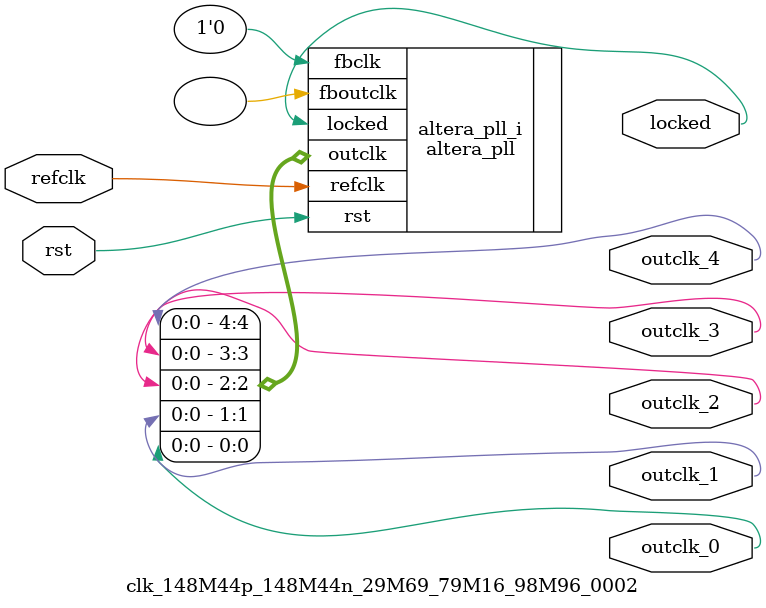
<source format=v>
`timescale 1ns/10ps
module  clk_148M44p_148M44n_29M69_79M16_98M96_0002(

	// interface 'refclk'
	input wire refclk,

	// interface 'reset'
	input wire rst,

	// interface 'outclk0'
	output wire outclk_0,

	// interface 'outclk1'
	output wire outclk_1,

	// interface 'outclk2'
	output wire outclk_2,

	// interface 'outclk3'
	output wire outclk_3,

	// interface 'outclk4'
	output wire outclk_4,

	// interface 'locked'
	output wire locked
);

	altera_pll #(
		.fractional_vco_multiplier("false"),
		.reference_clock_frequency("50.0 MHz"),
		.operation_mode("direct"),
		.number_of_clocks(5),
		.output_clock_frequency0("148.437500 MHz"),
		.phase_shift0("0 ps"),
		.duty_cycle0(50),
		.output_clock_frequency1("148.437500 MHz"),
		.phase_shift1("3368 ps"),
		.duty_cycle1(50),
		.output_clock_frequency2("29.687500 MHz"),
		.phase_shift2("0 ps"),
		.duty_cycle2(50),
		.output_clock_frequency3("79.166666 MHz"),
		.phase_shift3("0 ps"),
		.duty_cycle3(50),
		.output_clock_frequency4("98.958333 MHz"),
		.phase_shift4("0 ps"),
		.duty_cycle4(50),
		.output_clock_frequency5("0 MHz"),
		.phase_shift5("0 ps"),
		.duty_cycle5(50),
		.output_clock_frequency6("0 MHz"),
		.phase_shift6("0 ps"),
		.duty_cycle6(50),
		.output_clock_frequency7("0 MHz"),
		.phase_shift7("0 ps"),
		.duty_cycle7(50),
		.output_clock_frequency8("0 MHz"),
		.phase_shift8("0 ps"),
		.duty_cycle8(50),
		.output_clock_frequency9("0 MHz"),
		.phase_shift9("0 ps"),
		.duty_cycle9(50),
		.output_clock_frequency10("0 MHz"),
		.phase_shift10("0 ps"),
		.duty_cycle10(50),
		.output_clock_frequency11("0 MHz"),
		.phase_shift11("0 ps"),
		.duty_cycle11(50),
		.output_clock_frequency12("0 MHz"),
		.phase_shift12("0 ps"),
		.duty_cycle12(50),
		.output_clock_frequency13("0 MHz"),
		.phase_shift13("0 ps"),
		.duty_cycle13(50),
		.output_clock_frequency14("0 MHz"),
		.phase_shift14("0 ps"),
		.duty_cycle14(50),
		.output_clock_frequency15("0 MHz"),
		.phase_shift15("0 ps"),
		.duty_cycle15(50),
		.output_clock_frequency16("0 MHz"),
		.phase_shift16("0 ps"),
		.duty_cycle16(50),
		.output_clock_frequency17("0 MHz"),
		.phase_shift17("0 ps"),
		.duty_cycle17(50),
		.pll_type("General"),
		.pll_subtype("General")
	) altera_pll_i (
		.rst	(rst),
		.outclk	({outclk_4, outclk_3, outclk_2, outclk_1, outclk_0}),
		.locked	(locked),
		.fboutclk	( ),
		.fbclk	(1'b0),
		.refclk	(refclk)
	);
endmodule


</source>
